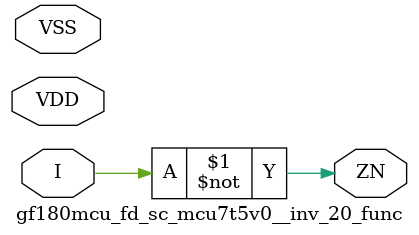
<source format=v>

module gf180mcu_fd_sc_mcu7t5v0__inv_20_func( I, ZN, VDD, VSS );
input I;
inout VDD, VSS;
output ZN;

	not MGM_BG_0( ZN, I );

endmodule

</source>
